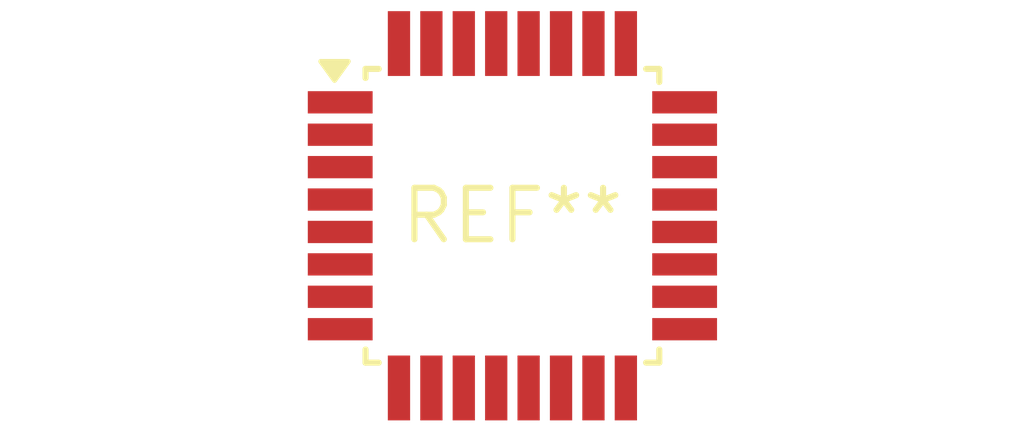
<source format=kicad_pcb>
(kicad_pcb (version 20240108) (generator pcbnew)
  (layers (0 "F.Cu" signal) (31 "B.Cu" signal) (34 "B.Paste" user) (35 "F.Paste" user) (36 "B.SilkS" user "B.Silkscreen") (37 "F.SilkS" user "F.Silkscreen") (38 "B.Mask" user) (39 "F.Mask" user) (44 "Edge.Cuts" user))
  (net 0 "")
  (footprint "TQFP-32_7x7mm_P0.8mm" (layer "F.Cu") (at 0 0)
    (property "Reference" "REF**")
    (property "Value" "TQFP-32_7x7mm_P0.8mm")
    (fp_line (start -3.625 -3.625) (end -3.625 -3.4) (layer "F.SilkS") (stroke (width 0.15)))
    (fp_line (start -3.625 -3.625) (end -3.3 -3.625) (layer "F.SilkS") (stroke (width 0.15)))
    (fp_line (start -3.625 3.625) (end -3.625 3.3) (layer "F.SilkS") (stroke (width 0.15)))
    (fp_line (start -3.625 3.625) (end -3.3 3.625) (layer "F.SilkS") (stroke (width 0.15)))
    (fp_line (start 3.625 -3.625) (end 3.3 -3.625) (layer "F.SilkS") (stroke (width 0.15)))
    (fp_line (start 3.625 -3.625) (end 3.625 -3.3) (layer "F.SilkS") (stroke (width 0.15)))
    (fp_line (start 3.625 3.625) (end 3.3 3.625) (layer "F.SilkS") (stroke (width 0.15)))
    (fp_line (start 3.625 3.625) (end 3.625 3.3) (layer "F.SilkS") (stroke (width 0.15)))
    (fp_poly (pts (xy -4.39 -3.34) (xy -4.73 -3.81) (xy -4.05 -3.81) (xy -4.39 -3.34)) (layer "F.SilkS") (stroke (width 0.12)) (fill solid))
    (pad "1" smd rect (at -4.25 -2.8) (size 1.6 0.55) (layers "F.Cu" "F.Paste" "F.Mask"))
    (pad "2" smd rect (at -4.25 -2) (size 1.6 0.55) (layers "F.Cu" "F.Paste" "F.Mask"))
    (pad "3" smd rect (at -4.25 -1.2) (size 1.6 0.55) (layers "F.Cu" "F.Paste" "F.Mask"))
    (pad "4" smd rect (at -4.25 -0.4) (size 1.6 0.55) (layers "F.Cu" "F.Paste" "F.Mask"))
    (pad "5" smd rect (at -4.25 0.4) (size 1.6 0.55) (layers "F.Cu" "F.Paste" "F.Mask"))
    (pad "6" smd rect (at -4.25 1.2) (size 1.6 0.55) (layers "F.Cu" "F.Paste" "F.Mask"))
    (pad "7" smd rect (at -4.25 2) (size 1.6 0.55) (layers "F.Cu" "F.Paste" "F.Mask"))
    (pad "8" smd rect (at -4.25 2.8) (size 1.6 0.55) (layers "F.Cu" "F.Paste" "F.Mask"))
    (pad "9" smd rect (at -2.8 4.25 90) (size 1.6 0.55) (layers "F.Cu" "F.Paste" "F.Mask"))
    (pad "10" smd rect (at -2 4.25 90) (size 1.6 0.55) (layers "F.Cu" "F.Paste" "F.Mask"))
    (pad "11" smd rect (at -1.2 4.25 90) (size 1.6 0.55) (layers "F.Cu" "F.Paste" "F.Mask"))
    (pad "12" smd rect (at -0.4 4.25 90) (size 1.6 0.55) (layers "F.Cu" "F.Paste" "F.Mask"))
    (pad "13" smd rect (at 0.4 4.25 90) (size 1.6 0.55) (layers "F.Cu" "F.Paste" "F.Mask"))
    (pad "14" smd rect (at 1.2 4.25 90) (size 1.6 0.55) (layers "F.Cu" "F.Paste" "F.Mask"))
    (pad "15" smd rect (at 2 4.25 90) (size 1.6 0.55) (layers "F.Cu" "F.Paste" "F.Mask"))
    (pad "16" smd rect (at 2.8 4.25 90) (size 1.6 0.55) (layers "F.Cu" "F.Paste" "F.Mask"))
    (pad "17" smd rect (at 4.25 2.8) (size 1.6 0.55) (layers "F.Cu" "F.Paste" "F.Mask"))
    (pad "18" smd rect (at 4.25 2) (size 1.6 0.55) (layers "F.Cu" "F.Paste" "F.Mask"))
    (pad "19" smd rect (at 4.25 1.2) (size 1.6 0.55) (layers "F.Cu" "F.Paste" "F.Mask"))
    (pad "20" smd rect (at 4.25 0.4) (size 1.6 0.55) (layers "F.Cu" "F.Paste" "F.Mask"))
    (pad "21" smd rect (at 4.25 -0.4) (size 1.6 0.55) (layers "F.Cu" "F.Paste" "F.Mask"))
    (pad "22" smd rect (at 4.25 -1.2) (size 1.6 0.55) (layers "F.Cu" "F.Paste" "F.Mask"))
    (pad "23" smd rect (at 4.25 -2) (size 1.6 0.55) (layers "F.Cu" "F.Paste" "F.Mask"))
    (pad "24" smd rect (at 4.25 -2.8) (size 1.6 0.55) (layers "F.Cu" "F.Paste" "F.Mask"))
    (pad "25" smd rect (at 2.8 -4.25 90) (size 1.6 0.55) (layers "F.Cu" "F.Paste" "F.Mask"))
    (pad "26" smd rect (at 2 -4.25 90) (size 1.6 0.55) (layers "F.Cu" "F.Paste" "F.Mask"))
    (pad "27" smd rect (at 1.2 -4.25 90) (size 1.6 0.55) (layers "F.Cu" "F.Paste" "F.Mask"))
    (pad "28" smd rect (at 0.4 -4.25 90) (size 1.6 0.55) (layers "F.Cu" "F.Paste" "F.Mask"))
    (pad "29" smd rect (at -0.4 -4.25 90) (size 1.6 0.55) (layers "F.Cu" "F.Paste" "F.Mask"))
    (pad "30" smd rect (at -1.2 -4.25 90) (size 1.6 0.55) (layers "F.Cu" "F.Paste" "F.Mask"))
    (pad "31" smd rect (at -2 -4.25 90) (size 1.6 0.55) (layers "F.Cu" "F.Paste" "F.Mask"))
    (pad "32" smd rect (at -2.8 -4.25 90) (size 1.6 0.55) (layers "F.Cu" "F.Paste" "F.Mask"))
  )
)
</source>
